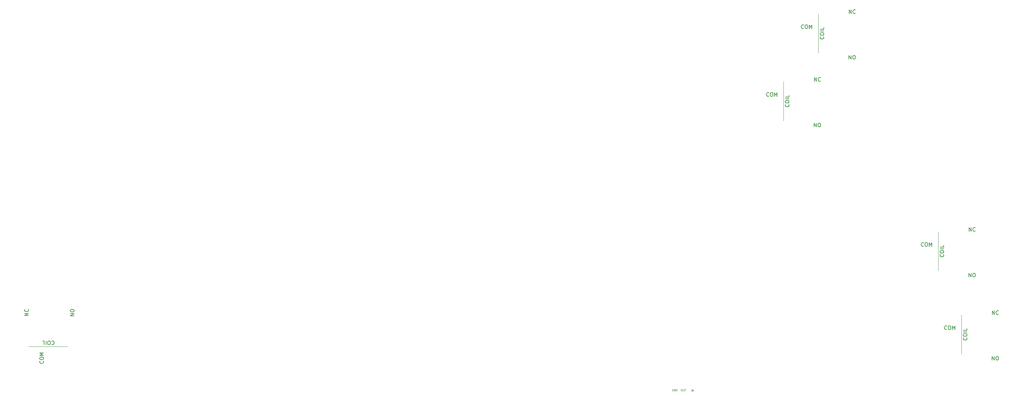
<source format=gbr>
%TF.GenerationSoftware,KiCad,Pcbnew,(6.0.5)*%
%TF.CreationDate,2023-07-29T02:07:02+09:00*%
%TF.ProjectId,LV_PCB,4c565f50-4342-42e6-9b69-6361645f7063,rev?*%
%TF.SameCoordinates,Original*%
%TF.FileFunction,Legend,Bot*%
%TF.FilePolarity,Positive*%
%FSLAX46Y46*%
G04 Gerber Fmt 4.6, Leading zero omitted, Abs format (unit mm)*
G04 Created by KiCad (PCBNEW (6.0.5)) date 2023-07-29 02:07:02*
%MOMM*%
%LPD*%
G01*
G04 APERTURE LIST*
%ADD10C,0.150000*%
%ADD11C,0.100000*%
%ADD12C,0.120000*%
G04 APERTURE END LIST*
D10*
%TO.C,K5*%
X283478285Y161807857D02*
X283430666Y161760238D01*
X283287809Y161712619D01*
X283192571Y161712619D01*
X283049714Y161760238D01*
X282954476Y161855476D01*
X282906857Y161950714D01*
X282859238Y162141190D01*
X282859238Y162284047D01*
X282906857Y162474523D01*
X282954476Y162569761D01*
X283049714Y162665000D01*
X283192571Y162712619D01*
X283287809Y162712619D01*
X283430666Y162665000D01*
X283478285Y162617380D01*
X284097333Y162712619D02*
X284287809Y162712619D01*
X284383047Y162665000D01*
X284478285Y162569761D01*
X284525904Y162379285D01*
X284525904Y162045952D01*
X284478285Y161855476D01*
X284383047Y161760238D01*
X284287809Y161712619D01*
X284097333Y161712619D01*
X284002095Y161760238D01*
X283906857Y161855476D01*
X283859238Y162045952D01*
X283859238Y162379285D01*
X283906857Y162569761D01*
X284002095Y162665000D01*
X284097333Y162712619D01*
X284954476Y161712619D02*
X284954476Y162712619D01*
X285287809Y161998333D01*
X285621142Y162712619D01*
X285621142Y161712619D01*
X288685142Y159580657D02*
X288732761Y159533038D01*
X288780380Y159390180D01*
X288780380Y159294942D01*
X288732761Y159152085D01*
X288637523Y159056847D01*
X288542285Y159009228D01*
X288351809Y158961609D01*
X288208952Y158961609D01*
X288018476Y159009228D01*
X287923238Y159056847D01*
X287828000Y159152085D01*
X287780380Y159294942D01*
X287780380Y159390180D01*
X287828000Y159533038D01*
X287875619Y159580657D01*
X287780380Y160199704D02*
X287780380Y160390180D01*
X287828000Y160485419D01*
X287923238Y160580657D01*
X288113714Y160628276D01*
X288447047Y160628276D01*
X288637523Y160580657D01*
X288732761Y160485419D01*
X288780380Y160390180D01*
X288780380Y160199704D01*
X288732761Y160104466D01*
X288637523Y160009228D01*
X288447047Y159961609D01*
X288113714Y159961609D01*
X287923238Y160009228D01*
X287828000Y160104466D01*
X287780380Y160199704D01*
X288780380Y161056847D02*
X287780380Y161056847D01*
X288780380Y162009228D02*
X288780380Y161533038D01*
X287780380Y161533038D01*
X295383276Y153679019D02*
X295383276Y154679019D01*
X295954704Y153679019D01*
X295954704Y154679019D01*
X296621371Y154679019D02*
X296811847Y154679019D01*
X296907085Y154631400D01*
X297002323Y154536161D01*
X297049942Y154345685D01*
X297049942Y154012352D01*
X297002323Y153821876D01*
X296907085Y153726638D01*
X296811847Y153679019D01*
X296621371Y153679019D01*
X296526133Y153726638D01*
X296430895Y153821876D01*
X296383276Y154012352D01*
X296383276Y154345685D01*
X296430895Y154536161D01*
X296526133Y154631400D01*
X296621371Y154679019D01*
X295407085Y165679019D02*
X295407085Y166679019D01*
X295978514Y165679019D01*
X295978514Y166679019D01*
X297026133Y165774257D02*
X296978514Y165726638D01*
X296835657Y165679019D01*
X296740419Y165679019D01*
X296597561Y165726638D01*
X296502323Y165821876D01*
X296454704Y165917114D01*
X296407085Y166107590D01*
X296407085Y166250447D01*
X296454704Y166440923D01*
X296502323Y166536161D01*
X296597561Y166631400D01*
X296740419Y166679019D01*
X296835657Y166679019D01*
X296978514Y166631400D01*
X297026133Y166583780D01*
D11*
%TO.C,U4*%
X253971495Y66525009D02*
X253971495Y67025009D01*
X254209590Y66525009D02*
X254209590Y67025009D01*
X254495304Y66525009D01*
X254495304Y67025009D01*
X249204247Y67052000D02*
X249156628Y67075809D01*
X249085200Y67075809D01*
X249013771Y67052000D01*
X248966152Y67004380D01*
X248942342Y66956761D01*
X248918533Y66861523D01*
X248918533Y66790095D01*
X248942342Y66694857D01*
X248966152Y66647238D01*
X249013771Y66599619D01*
X249085200Y66575809D01*
X249132819Y66575809D01*
X249204247Y66599619D01*
X249228057Y66623428D01*
X249228057Y66790095D01*
X249132819Y66790095D01*
X249442342Y66575809D02*
X249442342Y67075809D01*
X249728057Y66575809D01*
X249728057Y67075809D01*
X249966152Y66575809D02*
X249966152Y67075809D01*
X250085200Y67075809D01*
X250156628Y67052000D01*
X250204247Y67004380D01*
X250228057Y66956761D01*
X250251866Y66861523D01*
X250251866Y66790095D01*
X250228057Y66694857D01*
X250204247Y66647238D01*
X250156628Y66599619D01*
X250085200Y66575809D01*
X249966152Y66575809D01*
X251345800Y67075809D02*
X251441038Y67075809D01*
X251488657Y67052000D01*
X251536276Y67004380D01*
X251560085Y66909142D01*
X251560085Y66742476D01*
X251536276Y66647238D01*
X251488657Y66599619D01*
X251441038Y66575809D01*
X251345800Y66575809D01*
X251298180Y66599619D01*
X251250561Y66647238D01*
X251226752Y66742476D01*
X251226752Y66909142D01*
X251250561Y67004380D01*
X251298180Y67052000D01*
X251345800Y67075809D01*
X251774371Y67075809D02*
X251774371Y66671047D01*
X251798180Y66623428D01*
X251821990Y66599619D01*
X251869609Y66575809D01*
X251964847Y66575809D01*
X252012466Y66599619D01*
X252036276Y66623428D01*
X252060085Y66671047D01*
X252060085Y67075809D01*
X252226752Y67075809D02*
X252512466Y67075809D01*
X252369609Y66575809D02*
X252369609Y67075809D01*
D10*
%TO.C,K2*%
X85997942Y79655942D02*
X86045561Y79703561D01*
X86188419Y79751180D01*
X86283657Y79751180D01*
X86426514Y79703561D01*
X86521752Y79608323D01*
X86569371Y79513085D01*
X86616990Y79322609D01*
X86616990Y79179752D01*
X86569371Y78989276D01*
X86521752Y78894038D01*
X86426514Y78798800D01*
X86283657Y78751180D01*
X86188419Y78751180D01*
X86045561Y78798800D01*
X85997942Y78846419D01*
X85378895Y78751180D02*
X85188419Y78751180D01*
X85093180Y78798800D01*
X84997942Y78894038D01*
X84950323Y79084514D01*
X84950323Y79417847D01*
X84997942Y79608323D01*
X85093180Y79703561D01*
X85188419Y79751180D01*
X85378895Y79751180D01*
X85474133Y79703561D01*
X85569371Y79608323D01*
X85616990Y79417847D01*
X85616990Y79084514D01*
X85569371Y78894038D01*
X85474133Y78798800D01*
X85378895Y78751180D01*
X84521752Y79751180D02*
X84521752Y78751180D01*
X83569371Y79751180D02*
X84045561Y79751180D01*
X84045561Y78751180D01*
X79899580Y86377885D02*
X78899580Y86377885D01*
X79899580Y86949314D01*
X78899580Y86949314D01*
X79804342Y87996933D02*
X79851961Y87949314D01*
X79899580Y87806457D01*
X79899580Y87711219D01*
X79851961Y87568361D01*
X79756723Y87473123D01*
X79661485Y87425504D01*
X79471009Y87377885D01*
X79328152Y87377885D01*
X79137676Y87425504D01*
X79042438Y87473123D01*
X78947200Y87568361D01*
X78899580Y87711219D01*
X78899580Y87806457D01*
X78947200Y87949314D01*
X78994819Y87996933D01*
X91899580Y86354076D02*
X90899580Y86354076D01*
X91899580Y86925504D01*
X90899580Y86925504D01*
X90899580Y87592171D02*
X90899580Y87782647D01*
X90947200Y87877885D01*
X91042438Y87973123D01*
X91232914Y88020742D01*
X91566247Y88020742D01*
X91756723Y87973123D01*
X91851961Y87877885D01*
X91899580Y87782647D01*
X91899580Y87592171D01*
X91851961Y87496933D01*
X91756723Y87401695D01*
X91566247Y87354076D01*
X91232914Y87354076D01*
X91042438Y87401695D01*
X90947200Y87496933D01*
X90899580Y87592171D01*
X83770742Y74449085D02*
X83818361Y74401466D01*
X83865980Y74258609D01*
X83865980Y74163371D01*
X83818361Y74020514D01*
X83723123Y73925276D01*
X83627885Y73877657D01*
X83437409Y73830038D01*
X83294552Y73830038D01*
X83104076Y73877657D01*
X83008838Y73925276D01*
X82913600Y74020514D01*
X82865980Y74163371D01*
X82865980Y74258609D01*
X82913600Y74401466D01*
X82961219Y74449085D01*
X82865980Y75068133D02*
X82865980Y75258609D01*
X82913600Y75353847D01*
X83008838Y75449085D01*
X83199314Y75496704D01*
X83532647Y75496704D01*
X83723123Y75449085D01*
X83818361Y75353847D01*
X83865980Y75258609D01*
X83865980Y75068133D01*
X83818361Y74972895D01*
X83723123Y74877657D01*
X83532647Y74830038D01*
X83199314Y74830038D01*
X83008838Y74877657D01*
X82913600Y74972895D01*
X82865980Y75068133D01*
X83865980Y75925276D02*
X82865980Y75925276D01*
X83580266Y76258609D01*
X82865980Y76591942D01*
X83865980Y76591942D01*
%TO.C,K1*%
X286273085Y147899019D02*
X286273085Y148899019D01*
X286844514Y147899019D01*
X286844514Y148899019D01*
X287892133Y147994257D02*
X287844514Y147946638D01*
X287701657Y147899019D01*
X287606419Y147899019D01*
X287463561Y147946638D01*
X287368323Y148041876D01*
X287320704Y148137114D01*
X287273085Y148327590D01*
X287273085Y148470447D01*
X287320704Y148660923D01*
X287368323Y148756161D01*
X287463561Y148851400D01*
X287606419Y148899019D01*
X287701657Y148899019D01*
X287844514Y148851400D01*
X287892133Y148803780D01*
X274344285Y144027857D02*
X274296666Y143980238D01*
X274153809Y143932619D01*
X274058571Y143932619D01*
X273915714Y143980238D01*
X273820476Y144075476D01*
X273772857Y144170714D01*
X273725238Y144361190D01*
X273725238Y144504047D01*
X273772857Y144694523D01*
X273820476Y144789761D01*
X273915714Y144885000D01*
X274058571Y144932619D01*
X274153809Y144932619D01*
X274296666Y144885000D01*
X274344285Y144837380D01*
X274963333Y144932619D02*
X275153809Y144932619D01*
X275249047Y144885000D01*
X275344285Y144789761D01*
X275391904Y144599285D01*
X275391904Y144265952D01*
X275344285Y144075476D01*
X275249047Y143980238D01*
X275153809Y143932619D01*
X274963333Y143932619D01*
X274868095Y143980238D01*
X274772857Y144075476D01*
X274725238Y144265952D01*
X274725238Y144599285D01*
X274772857Y144789761D01*
X274868095Y144885000D01*
X274963333Y144932619D01*
X275820476Y143932619D02*
X275820476Y144932619D01*
X276153809Y144218333D01*
X276487142Y144932619D01*
X276487142Y143932619D01*
X279551142Y141800657D02*
X279598761Y141753038D01*
X279646380Y141610180D01*
X279646380Y141514942D01*
X279598761Y141372085D01*
X279503523Y141276847D01*
X279408285Y141229228D01*
X279217809Y141181609D01*
X279074952Y141181609D01*
X278884476Y141229228D01*
X278789238Y141276847D01*
X278694000Y141372085D01*
X278646380Y141514942D01*
X278646380Y141610180D01*
X278694000Y141753038D01*
X278741619Y141800657D01*
X278646380Y142419704D02*
X278646380Y142610180D01*
X278694000Y142705419D01*
X278789238Y142800657D01*
X278979714Y142848276D01*
X279313047Y142848276D01*
X279503523Y142800657D01*
X279598761Y142705419D01*
X279646380Y142610180D01*
X279646380Y142419704D01*
X279598761Y142324466D01*
X279503523Y142229228D01*
X279313047Y142181609D01*
X278979714Y142181609D01*
X278789238Y142229228D01*
X278694000Y142324466D01*
X278646380Y142419704D01*
X279646380Y143276847D02*
X278646380Y143276847D01*
X279646380Y144229228D02*
X279646380Y143753038D01*
X278646380Y143753038D01*
X286249276Y135899019D02*
X286249276Y136899019D01*
X286820704Y135899019D01*
X286820704Y136899019D01*
X287487371Y136899019D02*
X287677847Y136899019D01*
X287773085Y136851400D01*
X287868323Y136756161D01*
X287915942Y136565685D01*
X287915942Y136232352D01*
X287868323Y136041876D01*
X287773085Y135946638D01*
X287677847Y135899019D01*
X287487371Y135899019D01*
X287392133Y135946638D01*
X287296895Y136041876D01*
X287249276Y136232352D01*
X287249276Y136565685D01*
X287296895Y136756161D01*
X287392133Y136851400D01*
X287487371Y136899019D01*
%TO.C,K4*%
X320181142Y102430657D02*
X320228761Y102383038D01*
X320276380Y102240180D01*
X320276380Y102144942D01*
X320228761Y102002085D01*
X320133523Y101906847D01*
X320038285Y101859228D01*
X319847809Y101811609D01*
X319704952Y101811609D01*
X319514476Y101859228D01*
X319419238Y101906847D01*
X319324000Y102002085D01*
X319276380Y102144942D01*
X319276380Y102240180D01*
X319324000Y102383038D01*
X319371619Y102430657D01*
X319276380Y103049704D02*
X319276380Y103240180D01*
X319324000Y103335419D01*
X319419238Y103430657D01*
X319609714Y103478276D01*
X319943047Y103478276D01*
X320133523Y103430657D01*
X320228761Y103335419D01*
X320276380Y103240180D01*
X320276380Y103049704D01*
X320228761Y102954466D01*
X320133523Y102859228D01*
X319943047Y102811609D01*
X319609714Y102811609D01*
X319419238Y102859228D01*
X319324000Y102954466D01*
X319276380Y103049704D01*
X320276380Y103906847D02*
X319276380Y103906847D01*
X320276380Y104859228D02*
X320276380Y104383038D01*
X319276380Y104383038D01*
X326879276Y96529019D02*
X326879276Y97529019D01*
X327450704Y96529019D01*
X327450704Y97529019D01*
X328117371Y97529019D02*
X328307847Y97529019D01*
X328403085Y97481400D01*
X328498323Y97386161D01*
X328545942Y97195685D01*
X328545942Y96862352D01*
X328498323Y96671876D01*
X328403085Y96576638D01*
X328307847Y96529019D01*
X328117371Y96529019D01*
X328022133Y96576638D01*
X327926895Y96671876D01*
X327879276Y96862352D01*
X327879276Y97195685D01*
X327926895Y97386161D01*
X328022133Y97481400D01*
X328117371Y97529019D01*
X326903085Y108529019D02*
X326903085Y109529019D01*
X327474514Y108529019D01*
X327474514Y109529019D01*
X328522133Y108624257D02*
X328474514Y108576638D01*
X328331657Y108529019D01*
X328236419Y108529019D01*
X328093561Y108576638D01*
X327998323Y108671876D01*
X327950704Y108767114D01*
X327903085Y108957590D01*
X327903085Y109100447D01*
X327950704Y109290923D01*
X327998323Y109386161D01*
X328093561Y109481400D01*
X328236419Y109529019D01*
X328331657Y109529019D01*
X328474514Y109481400D01*
X328522133Y109433780D01*
X314974285Y104657857D02*
X314926666Y104610238D01*
X314783809Y104562619D01*
X314688571Y104562619D01*
X314545714Y104610238D01*
X314450476Y104705476D01*
X314402857Y104800714D01*
X314355238Y104991190D01*
X314355238Y105134047D01*
X314402857Y105324523D01*
X314450476Y105419761D01*
X314545714Y105515000D01*
X314688571Y105562619D01*
X314783809Y105562619D01*
X314926666Y105515000D01*
X314974285Y105467380D01*
X315593333Y105562619D02*
X315783809Y105562619D01*
X315879047Y105515000D01*
X315974285Y105419761D01*
X316021904Y105229285D01*
X316021904Y104895952D01*
X315974285Y104705476D01*
X315879047Y104610238D01*
X315783809Y104562619D01*
X315593333Y104562619D01*
X315498095Y104610238D01*
X315402857Y104705476D01*
X315355238Y104895952D01*
X315355238Y105229285D01*
X315402857Y105419761D01*
X315498095Y105515000D01*
X315593333Y105562619D01*
X316450476Y104562619D02*
X316450476Y105562619D01*
X316783809Y104848333D01*
X317117142Y105562619D01*
X317117142Y104562619D01*
%TO.C,K3*%
X332999085Y86685019D02*
X332999085Y87685019D01*
X333570514Y86685019D01*
X333570514Y87685019D01*
X334618133Y86780257D02*
X334570514Y86732638D01*
X334427657Y86685019D01*
X334332419Y86685019D01*
X334189561Y86732638D01*
X334094323Y86827876D01*
X334046704Y86923114D01*
X333999085Y87113590D01*
X333999085Y87256447D01*
X334046704Y87446923D01*
X334094323Y87542161D01*
X334189561Y87637400D01*
X334332419Y87685019D01*
X334427657Y87685019D01*
X334570514Y87637400D01*
X334618133Y87589780D01*
X321070285Y82813857D02*
X321022666Y82766238D01*
X320879809Y82718619D01*
X320784571Y82718619D01*
X320641714Y82766238D01*
X320546476Y82861476D01*
X320498857Y82956714D01*
X320451238Y83147190D01*
X320451238Y83290047D01*
X320498857Y83480523D01*
X320546476Y83575761D01*
X320641714Y83671000D01*
X320784571Y83718619D01*
X320879809Y83718619D01*
X321022666Y83671000D01*
X321070285Y83623380D01*
X321689333Y83718619D02*
X321879809Y83718619D01*
X321975047Y83671000D01*
X322070285Y83575761D01*
X322117904Y83385285D01*
X322117904Y83051952D01*
X322070285Y82861476D01*
X321975047Y82766238D01*
X321879809Y82718619D01*
X321689333Y82718619D01*
X321594095Y82766238D01*
X321498857Y82861476D01*
X321451238Y83051952D01*
X321451238Y83385285D01*
X321498857Y83575761D01*
X321594095Y83671000D01*
X321689333Y83718619D01*
X322546476Y82718619D02*
X322546476Y83718619D01*
X322879809Y83004333D01*
X323213142Y83718619D01*
X323213142Y82718619D01*
X326277142Y80586657D02*
X326324761Y80539038D01*
X326372380Y80396180D01*
X326372380Y80300942D01*
X326324761Y80158085D01*
X326229523Y80062847D01*
X326134285Y80015228D01*
X325943809Y79967609D01*
X325800952Y79967609D01*
X325610476Y80015228D01*
X325515238Y80062847D01*
X325420000Y80158085D01*
X325372380Y80300942D01*
X325372380Y80396180D01*
X325420000Y80539038D01*
X325467619Y80586657D01*
X325372380Y81205704D02*
X325372380Y81396180D01*
X325420000Y81491419D01*
X325515238Y81586657D01*
X325705714Y81634276D01*
X326039047Y81634276D01*
X326229523Y81586657D01*
X326324761Y81491419D01*
X326372380Y81396180D01*
X326372380Y81205704D01*
X326324761Y81110466D01*
X326229523Y81015228D01*
X326039047Y80967609D01*
X325705714Y80967609D01*
X325515238Y81015228D01*
X325420000Y81110466D01*
X325372380Y81205704D01*
X326372380Y82062847D02*
X325372380Y82062847D01*
X326372380Y83015228D02*
X326372380Y82539038D01*
X325372380Y82539038D01*
X332975276Y74685019D02*
X332975276Y75685019D01*
X333546704Y74685019D01*
X333546704Y75685019D01*
X334213371Y75685019D02*
X334403847Y75685019D01*
X334499085Y75637400D01*
X334594323Y75542161D01*
X334641942Y75351685D01*
X334641942Y75018352D01*
X334594323Y74827876D01*
X334499085Y74732638D01*
X334403847Y74685019D01*
X334213371Y74685019D01*
X334118133Y74732638D01*
X334022895Y74827876D01*
X333975276Y75018352D01*
X333975276Y75351685D01*
X334022895Y75542161D01*
X334118133Y75637400D01*
X334213371Y75685019D01*
D12*
%TO.C,K5*%
X287337400Y165594000D02*
X287337400Y155357800D01*
%TO.C,K2*%
X79984600Y78308200D02*
X90220800Y78308200D01*
%TO.C,K1*%
X278203400Y147814000D02*
X278203400Y137577800D01*
%TO.C,K4*%
X318833400Y108444000D02*
X318833400Y98207800D01*
%TO.C,K3*%
X324929400Y86600000D02*
X324929400Y76363800D01*
%TD*%
M02*

</source>
